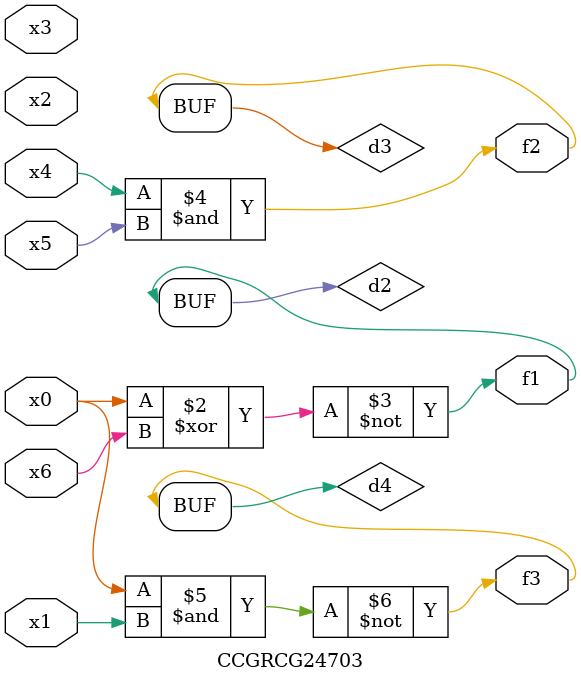
<source format=v>
module CCGRCG24703(
	input x0, x1, x2, x3, x4, x5, x6,
	output f1, f2, f3
);

	wire d1, d2, d3, d4;

	nor (d1, x0);
	xnor (d2, x0, x6);
	and (d3, x4, x5);
	nand (d4, x0, x1);
	assign f1 = d2;
	assign f2 = d3;
	assign f3 = d4;
endmodule

</source>
